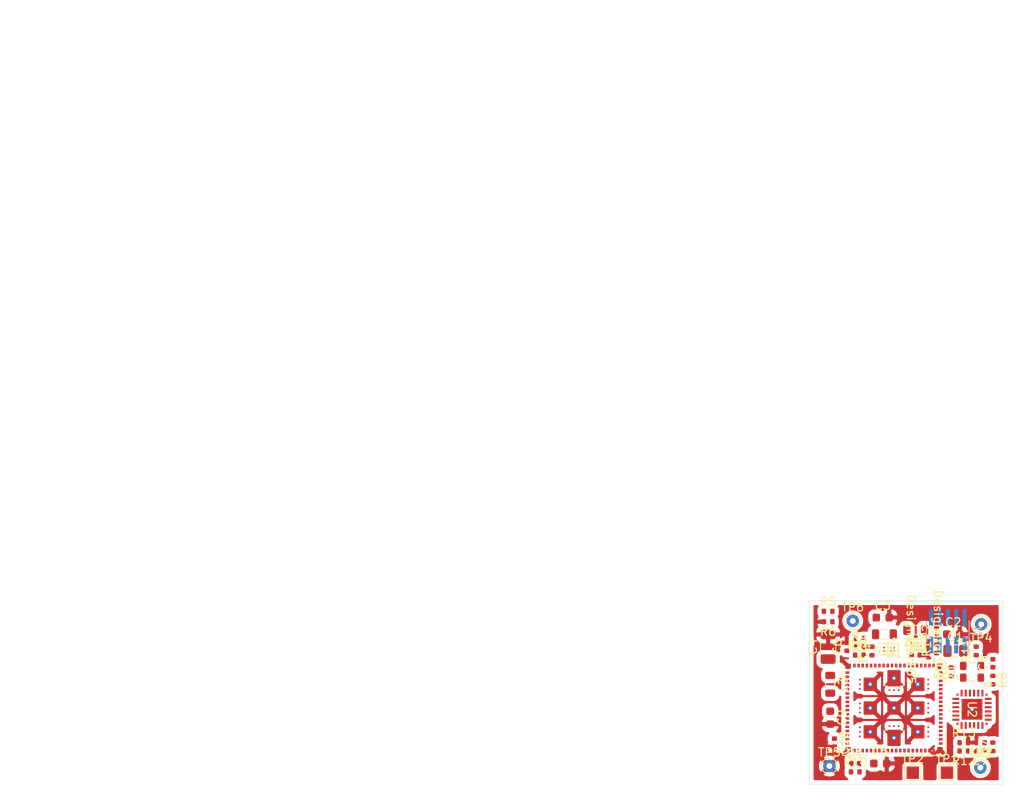
<source format=kicad_pcb>
(kicad_pcb (version 20240108) (generator "pcbnew") (generator_version "8.0")
  (layers (0 "F.Cu" signal) (1 "In1.Cu" signal) (2 "In2.Cu" signal) (31 "B.Cu" signal) (34 "B.Paste" user) (35 "F.Paste" user) (36 "B.SilkS" user "B.Silkscreen") (37 "F.SilkS" user "F.Silkscreen") (38 "B.Mask" user) (39 "F.Mask" user) (44 "Edge.Cuts" user))
  (net 0 "")
  (net 24 "/1PPS")
  (net 70 "GND")
  (net 71 "+1V8")
  (net 72 "+3.3V")
  (net 73 "/FB_1.8")
  (net 74 "Net-(U3-LX1)")
  (net 75 "VBUS")
  (net 76 "Net-(U3-LX2)")
  (net 77 "Net-(U4-LX1)")
  (net 78 "Net-(U4-LX2)")
  (net 79 "Net-(U1-DEC0)")
  (net 80 "Net-(U2B-VDDO_12)")
  (net 81 "Net-(U1-GPS)")
  (net 82 "/+3.3V_Ferrite")
  (net 83 "/nRF_nRESET")
  (net 84 "Net-(U1-ANT)")
  (net 86 "Net-(U2A-OUT4_N)")
  (net 87 "Net-(U2A-OUT1_N)")
  (net 88 "Net-(U2A-PRIREF_N)")
  (net 89 "Net-(U2A-OUT1_P)")
  (net 90 "Net-(U2A-OUT4_P)")
  (net 91 "Net-(C7-Pad2)")
  (net 92 "Net-(C8-Pad2)")
  (net 93 "Net-(D1-A)")
  (net 94 "/SCL")
  (net 95 "/SDA")
  (net 96 "/DEBUG_LED")
  (net 97 "/MON_VBUS")
  (net 98 "/MON_V1P8")
  (net 99 "/nrf_nRESET")
  (net 100 "/MON_V3P3")
  (net 101 "/SLOW_CLK")
  (net 102 "/PLL_GPIO1")
  (net 103 "/UART_RX")
  (net 104 "/PLL_GPIO4")
  (net 105 "/SWDCLK")
  (net 106 "/SWDIO")
  (net 107 "/UART_TX")
  (net 108 "/SCLK")
  (net 110 "/FB_3.3")
  (net 111 "/+1.8V")
  (net 112 "Net-(U2A-PRIREF_P)")
  (footprint "Resistor_SMD:R_0402_1005Metric" (layer "F.Cu") (at 168.52 106 180)
    (property "Reference" "R12" (at 0 -1.17 0) (layer "F.SilkS"))
    (property "Value" "91K")
    (fp_line (start -0.153641 0.38) (end 0.153641 0.38) (stroke (width 0.12)) (layer "F.SilkS"))
    (fp_line (start -0.153641 -0.38) (end 0.153641 -0.38) (stroke (width 0.12)) (layer "F.SilkS"))
    (pad "1" smd roundrect (at -0.51 0 180) (size 0.54 0.64) (layers "F.Cu" "F.Paste" "F.Mask") (net 71 "+1V8"))
    (pad "2" smd roundrect (at 0.51 0 180) (size 0.54 0.64) (layers "F.Cu" "F.Paste" "F.Mask") (net 98 "/MON_V1P8"))
  )
  (footprint "Resistor_SMD:R_0402_1005Metric" (layer "F.Cu") (at 167 96.5 90)
    (property "Reference" "R9" (at 0 -1.17 90) (layer "F.SilkS"))
    (property "Value" "91K")
    (fp_line (start -0.153641 -0.38) (end 0.153641 -0.38) (stroke (width 0.12)) (layer "F.SilkS"))
    (fp_line (start -0.153641 0.38) (end 0.153641 0.38) (stroke (width 0.12)) (layer "F.SilkS"))
    (pad "1" smd roundrect (at -0.51 0 90) (size 0.54 0.64) (layers "F.Cu" "F.Paste" "F.Mask") (net 88 "Net-(U2A-PRIREF_N)"))
    (pad "2" smd roundrect (at 0.51 0 90) (size 0.54 0.64) (layers "F.Cu" "F.Paste" "F.Mask") (net 70 "GND"))
  )
  (footprint "Capacitor_SMD:C_0603_1608Metric" (layer "F.Cu") (at 158.5 107.5)
    (property "Reference" "C5" (at 0 -1.43 0) (layer "F.SilkS"))
    (property "Value" "10 uF")
    (fp_line (start -0.14058 -0.51) (end 0.14058 -0.51) (stroke (width 0.12)) (layer "F.SilkS"))
    (fp_line (start -0.14058 0.51) (end 0.14058 0.51) (stroke (width 0.12)) (layer "F.SilkS"))
    (pad "1" smd roundrect (at -0.775 0) (size 0.9 0.95) (layers "F.Cu" "F.Paste" "F.Mask") (net 79 "Net-(U1-DEC0)"))
    (pad "2" smd roundrect (at 0.775 0) (size 0.9 0.95) (layers "F.Cu" "F.Paste" "F.Mask") (net 70 "GND"))
  )
  (footprint "Capacitor_SMD:C_1206_3216Metric" (layer "F.Cu") (at 152.25 93.5 90)
    (property "Reference" "C4" (at 0 -1.85 90) (layer "F.SilkS"))
    (property "Value" "47 uF")
    (fp_line (start -0.711252 -0.91) (end 0.711252 -0.91) (stroke (width 0.12)) (layer "F.SilkS"))
    (fp_line (start -0.711252 0.91) (end 0.711252 0.91) (stroke (width 0.12)) (layer "F.SilkS"))
    (pad "1" smd roundrect (at -1.475 0 90) (size 1.15 1.8) (layers "F.Cu" "F.Paste" "F.Mask") (roundrect_rratio 0.217391) (net 72 "+3.3V"))
    (pad "2" smd roundrect (at 1.475 0 90) (size 1.15 1.8) (layers "F.Cu" "F.Paste" "F.Mask") (roundrect_rratio 0.217391) (net 70 "GND"))
  )
  (footprint "Inductor_SMD:L_0805_2012Metric" (layer "F.Cu") (at 162.75 91.5 180)
    (property "Reference" "L2" (at 0 -1.55 0) (layer "F.SilkS"))
    (property "Value" "2.0uH")
    (fp_line (start -0.399622 0.56) (end 0.399622 0.56) (stroke (width 0.12)) (layer "F.SilkS"))
    (fp_line (start -0.399622 -0.56) (end 0.399622 -0.56) (stroke (width 0.12)) (layer "F.SilkS"))
    (pad "1" smd roundrect (at -1.0625 0 180) (size 0.875 1.2) (layers "F.Cu" "F.Paste" "F.Mask") (net 77 "Net-(U4-LX1)"))
    (pad "2" smd roundrect (at 1.0625 0 180) (size 0.875 1.2) (layers "F.Cu" "F.Paste" "F.Mask") (net 78 "Net-(U4-LX2)"))
  )
  (footprint "Resistor_SMD:R_0402_1005Metric" (layer "F.Cu") (at 172 97.5 -90)
    (property "Reference" "R8" (at 0 -1.17 90) (layer "F.SilkS"))
    (property "Value" "NS")
    (fp_line (start -0.153641 0.38) (end 0.153641 0.38) (stroke (width 0.12)) (layer "F.SilkS"))
    (fp_line (start -0.153641 -0.38) (end 0.153641 -0.38) (stroke (width 0.12)) (layer "F.SilkS"))
    (pad "1" smd roundrect (at -0.51 0 270) (size 0.54 0.64) (layers "F.Cu" "F.Paste" "F.Mask") (net 89 "Net-(U2A-OUT1_P)"))
    (pad "2" smd roundrect (at 0.51 0 270) (size 0.54 0.64) (layers "F.Cu" "F.Paste" "F.Mask") (net 90 "Net-(U2A-OUT4_P)"))
  )
  (footprint "Inductor_SMD:L_0805_2012Metric" (layer "F.Cu") (at 152.5 98 -90)
    (property "Reference" "L3" (at 0 -1.55 90) (layer "F.SilkS"))
    (property "Value" "L_Ferrite")
    (fp_line (start -0.399622 0.56) (end 0.399622 0.56) (stroke (width 0.12)) (layer "F.SilkS"))
    (fp_line (start -0.399622 -0.56) (end 0.399622 -0.56) (stroke (width 0.12)) (layer "F.SilkS"))
    (pad "1" smd roundrect (at -1.0625 0 270) (size 0.875 1.2) (layers "F.Cu" "F.Paste" "F.Mask") (net 72 "+3.3V"))
    (pad "2" smd roundrect (at 1.0625 0 270) (size 0.875 1.2) (layers "F.Cu" "F.Paste" "F.Mask") (net 82 "/+3.3V_Ferrite"))
  )
  (footprint "Resistor_SMD:R_0402_1005Metric" (layer "F.Cu") (at 170 94 90)
    (property "Reference" "R11" (at 0 -1.17 90) (layer "F.SilkS"))
    (property "Value" "0")
    (fp_line (start -0.153641 -0.38) (end 0.153641 -0.38) (stroke (width 0.12)) (layer "F.SilkS"))
    (fp_line (start -0.153641 0.38) (end 0.153641 0.38) (stroke (width 0.12)) (layer "F.SilkS"))
    (pad "1" smd roundrect (at -0.51 0 90) (size 0.54 0.64) (layers "F.Cu" "F.Paste" "F.Mask") (net 71 "+1V8"))
    (pad "2" smd roundrect (at 0.51 0 90) (size 0.54 0.64) (layers "F.Cu" "F.Paste" "F.Mask") (net 80 "Net-(U2B-VDDO_12)"))
  )
  (footprint "Resistor_SMD:R_0402_1005Metric" (layer "F.Cu") (at 156 92.5 180)
    (property "Reference" "R3" (at 0 -1.17 0) (layer "F.SilkS"))
    (property "Value" "511K")
    (fp_line (start -0.153641 0.38) (end 0.153641 0.38) (stroke (width 0.12)) (layer "F.SilkS"))
    (fp_line (start -0.153641 -0.38) (end 0.153641 -0.38) (stroke (width 0.12)) (layer "F.SilkS"))
    (pad "1" smd roundrect (at -0.51 0 180) (size 0.54 0.64) (layers "F.Cu" "F.Paste" "F.Mask") (net 72 "+3.3V"))
    (pad "2" smd roundrect (at 0.51 0 180) (size 0.54 0.64) (layers "F.Cu" "F.Paste" "F.Mask") (net 110 "/FB_3.3"))
  )
  (footprint "footprints:YBG0008" (layer "F.Cu") (at 159.55 93.8 -90)
    (property "Reference" "U3" (at 0 0 -90) (layer "F.SilkS"))
    (property "Value" "TPS631010YBGR")
    (fp_line (start -0.682501 1.131499) (end 0.682501 1.131499) (stroke (width 0.15)) (layer "F.SilkS"))
    (fp_line (start -0.682501 1.131499) (end -0.682501 -1.131499) (stroke (width 0.15)) (layer "F.SilkS"))
    (fp_line (start 0.682501 1.131499) (end 0.682501 -1.131499) (stroke (width 0.15)) (layer "F.SilkS"))
    (fp_line (start -0.682501 -1.131499) (end 0.682501 -1.131499) (stroke (width 0.15)) (layer "F.SilkS"))
    (fp_circle (center -1.164999 -0.599999) (end -1.039998 -0.599999) (stroke (width 0.25)) (fill none) (layer "F.SilkS"))
    (fp_text user "Designator105" (at -1.1684 -2.6416 -90) (layer "F.SilkS"))
    (pad "A1" smd circle (at -0.2 -0.599999 270) (size 0.212499 0.212499) (layers "F.Cu" "F.Paste" "F.Mask") (net 75 "VBUS"))
    (pad "A2" smd circle (at 0.2 -0.599999 270) (size 0.212499 0.212499) (layers "F.Cu" "F.Paste" "F.Mask") (net 75 "VBUS"))
    (pad "B1" smd circle (at -0.2 -0.2 270) (size 0.212499 0.212499) (layers "F.Cu" "F.Paste" "F.Mask") (net 74 "Net-(U3-LX1)"))
    (pad "B2" smd circle (at 0.2 -0.2 270) (size 0.212499 0.212499) (layers "F.Cu" "F.Paste" "F.Mask") (net 70 "GND"))
    (pad "C1" smd circle (at -0.2 0.2 270) (size 0.212499 0.212499) (layers "F.Cu" "F.Paste" "F.Mask") (net 76 "Net-(U3-LX2)"))
    (pad "C2" smd circle (at 0.2 0.2 270) (size 0.212499 0.212499) (layers "F.Cu" "F.Paste" "F.Mask") (net 70 "GND"))
    (pad "D1" smd circle (at -0.2 0.599999 270) (size 0.212499 0.212499) (layers "F.Cu" "F.Paste" "F.Mask") (net 71 "+1V8"))
    (pad "D2" smd circle (at 0.2 0.599999 270) (size 0.212499 0.212499) (layers "F.Cu" "F.Paste" "F.Mask") (net 73 "/FB_1.8"))
  )
  (footprint "Resistor_SMD:R_0402_1005Metric" (layer "F.Cu") (at 157.5 94 90)
    (property "Reference" "R15" (at 0 -1.17 90) (layer "F.SilkS"))
    (property "Value" "91K")
    (fp_line (start -0.153641 -0.38) (end 0.153641 -0.38) (stroke (width 0.12)) (layer "F.SilkS"))
    (fp_line (start -0.153641 0.38) (end 0.153641 0.38) (stroke (width 0.12)) (layer "F.SilkS"))
    (pad "1" smd roundrect (at -0.51 0 90) (size 0.54 0.64) (layers "F.Cu" "F.Paste" "F.Mask") (net 100 "/MON_V3P3"))
    (pad "2" smd roundrect (at 0.51 0 90) (size 0.54 0.64) (layers "F.Cu" "F.Paste" "F.Mask") (net 70 "GND"))
  )
  (footprint "Resistor_SMD:R_0402_1005Metric" (layer "F.Cu") (at 156 93.5)
    (property "Reference" "R4" (at 0 -1.17 0) (layer "F.SilkS"))
    (property "Value" "91K")
    (fp_line (start -0.153641 -0.38) (end 0.153641 -0.38) (stroke (width 0.12)) (layer "F.SilkS"))
    (fp_line (start -0.153641 0.38) (end 0.153641 0.38) (stroke (width 0.12)) (layer "F.SilkS"))
    (pad "1" smd roundrect (at -0.51 0) (size 0.54 0.64) (layers "F.Cu" "F.Paste" "F.Mask") (net 110 "/FB_3.3"))
    (pad "2" smd roundrect (at 0.51 0) (size 0.54 0.64) (layers "F.Cu" "F.Paste" "F.Mask") (net 70 "GND"))
  )
  (footprint "TestPoint:TestPoint_THTPad_D1.5mm_Drill0.7mm" (layer "F.Cu") (at 170.5 108)
    (property "Reference" "TP3" (at 0 -1.648 0) (layer "F.SilkS"))
    (property "Value" "WSPR_ANT_N")
    (fp_circle (center 0 0) (end 0 0.95) (stroke (width 0.12)) (fill none) (layer "F.SilkS"))
    (pad "1" thru_hole circle (at 0 0) (size 1.5 1.5) (drill 0.7) (layers "*.Cu" "*.Mask") (net 91 "Net-(C7-Pad2)"))
  )
  (footprint "Resistor_SMD:R_0402_1005Metric" (layer "F.Cu") (at 172 105.5 90)
    (property "Reference" "R7" (at 0 -1.17 90) (layer "F.SilkS"))
    (property "Value" "NS")
    (fp_line (start -0.153641 -0.38) (end 0.153641 -0.38) (stroke (width 0.12)) (layer "F.SilkS"))
    (fp_line (start -0.153641 0.38) (end 0.153641 0.38) (stroke (width 0.12)) (layer "F.SilkS"))
    (pad "1" smd roundrect (at -0.51 0 90) (size 0.54 0.64) (layers "F.Cu" "F.Paste" "F.Mask") (net 87 "Net-(U2A-OUT1_N)"))
    (pad "2" smd roundrect (at 0.51 0 90) (size 0.54 0.64) (layers "F.Cu" "F.Paste" "F.Mask") (net 86 "Net-(U2A-OUT4_N)"))
  )
  (footprint "TestPoint:TestPoint_Pad_1.5x1.5mm" (layer "F.Cu") (at 162.4 108.6)
    (property "Reference" "TP2" (at 0 -1.648 0) (layer "F.SilkS"))
    (property "Value" "LTE ANT")
    (fp_line (start -0.95 -0.95) (end 0.95 -0.95) (stroke (width 0.12)) (layer "F.SilkS"))
    (fp_line (start -0.95 0.95) (end -0.95 -0.95) (stroke (width 0.12)) (layer "F.SilkS"))
    (fp_line (start 0.95 -0.95) (end 0.95 0.95) (stroke (width 0.12)) (layer "F.SilkS"))
    (fp_line (start 0.95 0.95) (end -0.95 0.95) (stroke (width 0.12)) (layer "F.SilkS"))
    (pad "1" smd rect (at 0 0) (size 1.5 1.5) (layers "F.Cu" "F.Mask") (net 84 "Net-(U1-ANT)"))
  )
  (footprint "Resistor_SMD:R_0402_1005Metric" (layer "F.Cu") (at 152.25 89.25)
    (property "Reference" "R5" (at 0 -1.17 0) (layer "F.SilkS"))
    (property "Value" "91K")
    (fp_line (start -0.153641 -0.38) (end 0.153641 -0.38) (stroke (width 0.12)) (layer "F.SilkS"))
    (fp_line (start -0.153641 0.38) (end 0.153641 0.38) (stroke (width 0.12)) (layer "F.SilkS"))
    (pad "1" smd roundrect (at -0.51 0) (size 0.54 0.64) (layers "F.Cu" "F.Paste" "F.Mask") (net 75 "VBUS"))
    (pad "2" smd roundrect (at 0.51 0) (size 0.54 0.64) (layers "F.Cu" "F.Paste" "F.Mask") (net 97 "/MON_VBUS"))
  )
  (footprint "Resistor_SMD:R_0402_1005Metric" (layer "F.Cu") (at 152.25 90.5 180)
    (property "Reference" "R6" (at 0 -1.17 0) (layer "F.SilkS"))
    (property "Value" "91K")
    (fp_line (start -0.153641 0.38) (end 0.153641 0.38) (stroke (width 0.12)) (layer "F.SilkS"))
    (fp_line (start -0.153641 -0.38) (end 0.153641 -0.38) (stroke (width 0.12)) (layer "F.SilkS"))
    (pad "1" smd roundrect (at -0.51 0 180) (size 0.54 0.64) (layers "F.Cu" "F.Paste" "F.Mask") (net 97 "/MON_VBUS"))
    (pad "2" smd roundrect (at 0.51 0 180) (size 0.54 0.64) (layers "F.Cu" "F.Paste" "F.Mask") (net 70 "GND"))
  )
  (footprint "LED_SMD:LED_0402_1005Metric" (layer "F.Cu") (at 155.5 107.5)
    (property "Reference" "D1" (at 0 -1.17 0) (layer "F.SilkS"))
    (property "Value" "LED")
    (fp_circle (center -1.09 0) (end -1.04 0) (stroke (width 0.1)) (fill none) (layer "F.SilkS"))
    (pad "1" smd roundrect (at -0.485 0) (size 0.59 0.64) (layers "F.Cu" "F.Paste" "F.Mask") (net 96 "/DEBUG_LED"))
    (pad "2" smd roundrect (at 0.485 0) (size 0.59 0.64) (layers "F.Cu" "F.Paste" "F.Mask") (net 93 "Net-(D1-A)"))
  )
  (footprint "Capacitor_SMD:C_0603_1608Metric" (layer "F.Cu") (at 158.8 90)
    (property "Reference" "C3" (at 0 -1.43 0) (layer "F.SilkS"))
    (property "Value" "10 uF")
    (fp_line (start -0.14058 -0.51) (end 0.14058 -0.51) (stroke (width 0.12)) (layer "F.SilkS"))
    (fp_line (start -0.14058 0.51) (end 0.14058 0.51) (stroke (width 0.12)) (layer "F.SilkS"))
    (pad "1" smd roundrect (at -0.775 0) (size 0.9 0.95) (layers "F.Cu" "F.Paste" "F.Mask") (net 75 "VBUS"))
    (pad "2" smd roundrect (at 0.775 0) (size 0.9 0.95) (layers "F.Cu" "F.Paste" "F.Mask") (net 70 "GND"))
  )
  (footprint "Resistor_SMD:R_0402_1005Metric" (layer "F.Cu") (at 168.52 105)
    (property "Reference" "R13" (at 0 -1.17 0) (layer "F.SilkS"))
    (property "Value" "91K")
    (fp_line (start -0.153641 -0.38) (end 0.153641 -0.38) (stroke (width 0.12)) (layer "F.SilkS"))
    (fp_line (start -0.153641 0.38) (end 0.153641 0.38) (stroke (width 0.12)) (layer "F.SilkS"))
    (pad "1" smd roundrect (at -0.51 0) (size 0.54 0.64) (layers "F.Cu" "F.Paste" "F.Mask") (net 98 "/MON_V1P8"))
    (pad "2" smd roundrect (at 0.51 0) (size 0.54 0.64) (layers "F.Cu" "F.Paste" "F.Mask") (net 70 "GND"))
  )
  (footprint "Inductor_SMD:L_0805_2012Metric" (layer "F.Cu") (at 159 92 180)
    (property "Reference" "L1" (at 0 -1.55 0) (layer "F.SilkS"))
    (property "Value" "2.0uH")
    (fp_line (start -0.399622 0.56) (end 0.399622 0.56) (stroke (width 0.12)) (layer "F.SilkS"))
    (fp_line (start -0.399622 -0.56) (end 0.399622 -0.56) (stroke (width 0.12)) (layer "F.SilkS"))
    (pad "1" smd roundrect (at -1.0625 0 180) (size 0.875 1.2) (layers "F.Cu" "F.Paste" "F.Mask") (net 74 "Net-(U3-LX1)"))
    (pad "2" smd roundrect (at 1.0625 0 180) (size 0.875 1.2) (layers "F.Cu" "F.Paste" "F.Mask") (net 76 "Net-(U3-LX2)"))
  )
  (footprint "Resistor_SMD:R_0402_1005Metric" (layer "F.Cu") (at 165.25 93.75 90)
    (property "Reference" "R1" (at 0 -1.17 90) (layer "F.SilkS"))
    (property "Value" "240K")
    (fp_line (start -0.153641 -0.38) (end 0.153641 -0.38) (stroke (width 0.12)) (layer "F.SilkS"))
    (fp_line (start -0.153641 0.38) (end 0.153641 0.38) (stroke (width 0.12)) (layer "F.SilkS"))
    (pad "1" smd roundrect (at -0.51 0 90) (size 0.54 0.64) (layers "F.Cu" "F.Paste" "F.Mask") (net 71 "+1V8"))
    (pad "2" smd roundrect (at 0.51 0 90) (size 0.54 0.64) (layers "F.Cu" "F.Paste" "F.Mask") (net 73 "/FB_1.8"))
  )
  (footprint "Capacitor_SMD:C_0402_1005Metric" (layer "F.Cu") (at 162.75 94.5)
    (property "Reference" "C11" (at 0 -1.16 0) (layer "F.SilkS"))
    (property "Value" ".1uF")
    (fp_line (start -0.107836 -0.36) (end 0.107836 -0.36) (stroke (width 0.12)) (layer "F.SilkS"))
    (fp_line (start -0.107836 0.36) (end 0.107836 0.36) (stroke (width 0.12)) (layer "F.SilkS"))
    (pad "1" smd roundrect (at -0.48 0) (size 0.56 0.62) (layers "F.Cu" "F.Paste" "F.Mask") (net 71 "+1V8"))
    (pad "2" smd roundrect (at 0.48 0) (size 0.56 0.62) (layers "F.Cu" "F.Paste" "F.Mask") (net 70 "GND"))
  )
  (footprint "Capacitor_SMD:C_0402_1005Metric" (layer "F.Cu") (at 153 105 -90)
    (property "Reference" "C10" (at 0 -1.16 90) (layer "F.SilkS"))
    (property "Value" ".1uF")
    (fp_line (start -0.107836 0.36) (end 0.107836 0.36) (stroke (width 0.12)) (layer "F.SilkS"))
    (fp_line (start -0.107836 -0.36) (end 0.107836 -0.36) (stroke (width 0.12)) (layer "F.SilkS"))
    (pad "1" smd roundrect (at -0.48 0 270) (size 0.56 0.62) (layers "F.Cu" "F.Paste" "F.Mask") (net 82 "/+3.3V_Ferrite"))
    (pad "2" smd roundrect (at 0.48 0 270) (size 0.56 0.62) (layers "F.Cu" "F.Paste" "F.Mask") (net 70 "GND"))
  )
  (footprint "footprints:YBG0008" (layer "F.Cu") (at 162.8 93.25 -90)
    (property "Reference" "U4" (at 0 0 -90) (layer "F.SilkS"))
    (property "Value" "TPS631010YBGR")
    (fp_line (start -0.682501 1.131499) (end 0.682501 1.131499) (stroke (width 0.15)) (layer "F.SilkS"))
    (fp_line (start -0.682501 1.131499) (end -0.682501 -1.131499) (stroke (width 0.15)) (layer "F.SilkS"))
    (fp_line (start 0.682501 1.131499) (end 0.682501 -1.131499) (stroke (width 0.15)) (layer "F.SilkS"))
    (fp_line (start -0.682501 -1.131499) (end 0.682501 -1.131499) (stroke (width 0.15)) (layer "F.SilkS"))
    (fp_circle (center -1.164999 -0.599999) (end -1.039998 -0.599999) (stroke (width 0.25)) (fill none) (layer "F.SilkS"))
    (fp_text user "Designator105" (at -1.1684 -2.6416 -90) (layer "F.SilkS"))
    (pad "A1" smd circle (at -0.2 -0.599999 270) (size 0.212499 0.212499) (layers "F.Cu" "F.Paste" "F.Mask") (net 75 "VBUS"))
    (pad "A2" smd circle (at 0.2 -0.599999 270) (size 0.212499 0.212499) (layers "F.Cu" "F.Paste" "F.Mask") (net 75 "VBUS"))
    (pad "B1" smd circle (at -0.2 -0.2 270) (size 0.212499 0.212499) (layers "F.Cu" "F.Paste" "F.Mask") (net 77 "Net-(U4-LX1)"))
    (pad "B2" smd circle (at 0.2 -0.2 270) (size 0.212499 0.212499) (layers "F.Cu" "F.Paste" "F.Mask") (net 70 "GND"))
    (pad "C1" smd circle (at -0.2 0.2 270) (size 0.212499 0.212499) (layers "F.Cu" "F.Paste" "F.Mask") (net 78 "Net-(U4-LX2)"))
    (pad "C2" smd circle (at 0.2 0.2 270) (size 0.212499 0.212499) (layers "F.Cu" "F.Paste" "F.Mask") (net 70 "GND"))
    (pad "D1" smd circle (at -0.2 0.599999 270) (size 0.212499 0.212499) (layers "F.Cu" "F.Paste" "F.Mask") (net 72 "+3.3V"))
    (pad "D2" smd circle (at 0.2 0.599999 270) (size 0.212499 0.212499) (layers "F.Cu" "F.Paste" "F.Mask") (net 110 "/FB_3.3"))
  )
  (footprint "TestPoint:TestPoint_Pad_1.5x1.5mm" (layer "F.Cu") (at 166.5 108.6)
    (property "Reference" "TP1" (at 0 -1.648 0) (layer "F.SilkS"))
    (property "Value" "GPS ANT")
    (fp_line (start -0.95 -0.95) (end 0.95 -0.95) (stroke (width 0.12)) (layer "F.SilkS"))
    (fp_line (start -0.95 0.95) (end -0.95 -0.95) (stroke (width 0.12)) (layer "F.SilkS"))
    (fp_line (start 0.95 -0.95) (end 0.95 0.95) (stroke (width 0.12)) (layer "F.SilkS"))
    (fp_line (start 0.95 0.95) (end -0.95 0.95) (stroke (width 0.12)) (layer "F.SilkS"))
    (pad "1" smd rect (at 0 0) (size 1.5 1.5) (layers "F.Cu" "F.Mask") (net 81 "Net-(U1-GPS)"))
  )
  (footprint "Capacitor_SMD:C_0402_1005Metric" (layer "F.Cu") (at 170.52 105 180)
    (property "Reference" "C12" (at 0 -1.16 0) (layer "F.SilkS"))
    (property "Value" ".1uF")
    (fp_line (start -0.107836 0.36) (end 0.107836 0.36) (stroke (width 0.12)) (layer "F.SilkS"))
    (fp_line (start -0.107836 -0.36) (end 0.107836 -0.36) (stroke (width 0.12)) (layer "F.SilkS"))
    (pad "1" smd roundrect (at -0.48 0 180) (size 0.56 0.62) (layers "F.Cu" "F.Paste" "F.Mask") (net 80 "Net-(U2B-VDDO_12)"))
    (pad "2" smd roundrect (at 0.48 0 180) (size 0.56 0.62) (layers "F.Cu" "F.Paste" "F.Mask") (net 70 "GND"))
  )
  (footprint "Resistor_SMD:R_0402_1005Metric" (layer "F.Cu") (at 155.5 108.5)
    (property "Reference" "R10" (at 0 -1.17 0) (layer "F.SilkS"))
    (property "Value" "300")
    (fp_line (start -0.153641 -0.38) (end 0.153641 -0.38) (stroke (width 0.12)) (layer "F.SilkS"))
    (fp_line (start -0.153641 0.38) (end 0.153641 0.38) (stroke (width 0.12)) (layer "F.SilkS"))
    (pad "1" smd roundrect (at -0.51 0) (size 0.54 0.64) (layers "F.Cu" "F.Paste" "F.Mask") (net 71 "+1V8"))
    (pad "2" smd roundrect (at 0.51 0) (size 0.54 0.64) (layers "F.Cu" "F.Paste" "F.Mask") (net 93 "Net-(D1-A)"))
  )
  (footprint "Capacitor_SMD:C_0402_1005Metric" (layer "F.Cu") (at 172 95.48 90)
    (property "Reference" "C8" (at 0 -1.16 90) (layer "F.SilkS"))
    (property "Value" "100nF")
    (fp_line (start -0.107836 -0.36) (end 0.107836 -0.36) (stroke (width 0.12)) (layer "F.SilkS"))
    (fp_line (start -0.107836 0.36) (end 0.107836 0.36) (stroke (width 0.12)) (layer "F.SilkS"))
    (pad "1" smd roundrect (at -0.48 0 90) (size 0.56 0.62) (layers "F.Cu" "F.Paste" "F.Mask") (net 89 "Net-(U2A-OUT1_P)"))
    (pad "2" smd roundrect (at 0.48 0 90) (size 0.56 0.62) (layers "F.Cu" "F.Paste" "F.Mask") (net 92 "Net-(C8-Pad2)"))
  )
  (footprint "Resistor_SMD:R_0402_1005Metric" (layer "F.Cu") (at 165.25 91.75 90)
    (property "Reference" "R2" (at 0 -1.17 90) (layer "F.SilkS"))
    (property "Value" "91K")
    (fp_line (start -0.153641 -0.38) (end 0.153641 -0.38) (stroke (width 0.12)) (layer "F.SilkS"))
    (fp_line (start -0.153641 0.38) (end 0.153641 0.38) (stroke (width 0.12)) (layer "F.SilkS"))
    (pad "1" smd roundrect (at -0.51 0 90) (size 0.54 0.64) (layers "F.Cu" "F.Paste" "F.Mask") (net 73 "/FB_1.8"))
    (pad "2" smd roundrect (at 0.51 0 90) (size 0.54 0.64) (layers "F.Cu" "F.Paste" "F.Mask") (net 70 "GND"))
  )
  (footprint "Capacitor_SMD:C_0805_2012Metric" (layer "F.Cu") (at 167.5 94)
    (property "Reference" "C1" (at 0 -1.68 0) (layer "F.SilkS"))
    (property "Value" "47 uF")
    (fp_line (start -0.261252 -0.735) (end 0.261252 -0.735) (stroke (width 0.12)) (layer "F.SilkS"))
    (fp_line (start -0.261252 0.735) (end 0.261252 0.735) (stroke (width 0.12)) (layer "F.SilkS"))
    (pad "1" smd roundrect (at -0.95 0) (size 1 1.45) (layers "F.Cu" "F.Paste" "F.Mask") (net 71 "+1V8"))
    (pad "2" smd roundrect (at 0.95 0) (size 1 1.45) (layers "F.Cu" "F.Paste" "F.Mask") (net 70 "GND"))
  )
  (footprint "Capacitor_SMD:C_0603_1608Metric" (layer "F.Cu") (at 152.5 102 -90)
    (property "Reference" "C9" (at 0 -1.43 90) (layer "F.SilkS"))
    (property "Value" "10 uF")
    (fp_line (start -0.14058 0.51) (end 0.14058 0.51) (stroke (width 0.12)) (layer "F.SilkS"))
    (fp_line (start -0.14058 -0.51) (end 0.14058 -0.51) (stroke (width 0.12)) (layer "F.SilkS"))
    (pad "1" smd roundrect (at -0.775 0 270) (size 0.9 0.95) (layers "F.Cu" "F.Paste" "F.Mask") (net 82 "/+3.3V_Ferrite"))
    (pad "2" smd roundrect (at 0.775 0 270) (size 0.9 0.95) (layers "F.Cu" "F.Paste" "F.Mask") (net 70 "GND"))
  )
  (footprint "Capacitor_SMD:C_0402_1005Metric" (layer "F.Cu") (at 154.5 93.5 90)
    (property "Reference" "C6" (at 0 -1.16 90) (layer "F.SilkS"))
    (property "Value" ".022 uF")
    (fp_line (start -0.107836 -0.36) (end 0.107836 -0.36) (stroke (width 0.12)) (layer "F.SilkS"))
    (fp_line (start -0.107836 0.36) (end 0.107836 0.36) (stroke (width 0.12)) (layer "F.SilkS"))
    (pad "1" smd roundrect (at -0.48 0 90) (size 0.56 0.62) (layers "F.Cu" "F.Paste" "F.Mask") (net 83 "/nRF_nRESET"))
    (pad "2" smd roundrect (at 0.48 0 90) (size 0.56 0.62) (layers "F.Cu" "F.Paste" "F.Mask") (net 70 "GND"))
  )
  (footprint "Capacitor_SMD:C_0603_1608Metric" (layer "F.Cu") (at 167.25 92)
    (property "Reference" "C2" (at 0 -1.43 0) (layer "F.SilkS"))
    (property "Value" "10 uF")
    (fp_line (start -0.14058 -0.51) (end 0.14058 -0.51) (stroke (width 0.12)) (layer "F.SilkS"))
    (fp_line (start -0.14058 0.51) (end 0.14058 0.51) (stroke (width 0.12)) (layer "F.SilkS"))
    (pad "1" smd roundrect (at -0.775 0) (size 0.9 0.95) (layers "F.Cu" "F.Paste" "F.Mask") (net 75 "VBUS"))
    (pad "2" smd roundrect (at 0.775 0) (size 0.9 0.95) (layers "F.Cu" "F.Paste" "F.Mask") (net 70 "GND"))
  )
  (footprint "TestPoint:TestPoint_THTPad_D1.5mm_Drill0.7mm" (layer "F.Cu") (at 155.2 90.4)
    (property "Reference" "TP6" (at 0 -1.648 0) (layer "F.SilkS"))
    (property "Value" "VBUS")
    (fp_circle (center 0 0) (end 0 0.95) (stroke (width 0.12)) (fill none) (layer "F.SilkS"))
    (pad "1" thru_hole circle (at 0 0) (size 1.5 1.5) (drill 0.7) (layers "*.Cu" "*.Mask") (net 75 "VBUS"))
  )
  (footprint "TestPoint:TestPoint_THTPad_D1.5mm_Drill0.7mm" (layer "F.Cu") (at 170.6 90.8 180)
    (property "Reference" "TP4" (at 0 -1.648 0) (layer "F.SilkS"))
    (property "Value" "WSPR _ANT_P")
    (fp_circle (center 0 0) (end 0 0.95) (stroke (width 0.12)) (fill none) (layer "F.SilkS"))
    (pad "1" thru_hole circle (at 0 0 180) (size 1.5 1.5) (drill 0.7) (layers "*.Cu" "*.Mask") (net 92 "Net-(C8-Pad2)"))
  )
  (footprint "PCM_nordic-lib-kicad-nrf9:LGA_9151_12.1x11.1mm" (layer "F.Cu") (at 160.15 100.85)
    (property "Reference" "U1" (at 0 -6.55 0) (layer "F.SilkS"))
    (property "Value" "nRF9151-LAXX")
    (fp_line (start -6.17 -4.55) (end -6.17 -2.895) (stroke (width 0.12)) (layer "F.SilkS"))
    (fp_line (start -6.17 5.67) (end -6.17 2.895) (stroke (width 0.12)) (layer "F.SilkS"))
    (fp_line (start -3.145 -5.67) (end -5.05 -5.67) (stroke (width 0.12)) (layer "F.SilkS"))
    (fp_line (start -3.145 5.67) (end -6.17 5.67) (stroke (width 0.12)) (layer "F.SilkS"))
    (fp_line (start 3.145 -5.67) (end 6.17 -5.67) (stroke (width 0.12)) (layer "F.SilkS"))
    (fp_line (start 3.145 5.67) (end 6.17 5.67) (stroke (width 0.12)) (layer "F.SilkS"))
    (fp_line (start 6.17 -5.67) (end 6.17 -2.895) (stroke (width 0.12)) (layer "F.SilkS"))
    (fp_line (start 6.17 5.67) (end 6.17 2.895) (stroke (width 0.12)) (layer "F.SilkS"))
    (fp_circle (center -6.7 -5.55) (end -6.7 -5.45) (stroke (width 0.2)) (fill none) (layer "F.SilkS"))
    (pad "1" smd roundrect (at -5.5 -5) (size 0.65 0.65) (layers "F.Cu" "F.Paste" "F.Mask") (roundrect_rratio 0.05) (chamfer_ratio 0.2) (chamfer bottom_right) (net 70 "GND"))
    (pad "2" smd roundrect (at -5.6 -4.25 90) (size 0.3 0.45) (layers "F.Cu" "F.Paste" "F.Mask") (roundrect_rratio 0.05))
    (pad "3" smd roundrect (at -5.6 -3.75 90) (size 0.3 0.45) (layers "F.Cu" "F.Paste" "F.Mask") (roundrect_rratio 0.05) (net 105 "/SWDCLK"))
    (pad "4" smd roundrect (at -5.6 -3.25 90) (size 0.3 0.45) (layers "F.Cu" "F.Paste" "F.Mask") (roundrect_rratio 0.05) (net 106 "/SWDIO"))
    (pad "5" smd roundrect (at -5.6 -2.75 90) (size 0.3 0.45) (layers "F.Cu" "F.Paste" "F.Mask") (roundrect_rratio 0.05))
    (pad "6" smd roundrect (at -5.6 -2.25 90) (size 0.3 0.45) (layers "F.Cu" "F.Paste" "F.Mask") (roundrect_rratio 0.05))
    (pad "7" smd roundrect (at -5.6 -1.75 90) (size 0.3 0.45) (layers "F.Cu" "F.Paste" "F.Mask") (roundrect_rratio 0.05) (net 70 "GND"))
    (pad "8" smd roundrect (at -5.6 -1.25 90) (size 0.3 0.45) (layers "F.Cu" "F.Paste" "F.Mask") (roundrect_rratio 0.05))
    (pad "9" smd roundrect (at -5.6 -0.75 90) (size 0.3 0.45) (layers "F.Cu" "F.Paste" "F.Mask") (roundrect_rratio 0.05) (net 83 "/nRF_nRESET"))
    (pad "10" smd roundrect (at -5.6 -0.25 90) (size 0.3 0.45) (layers "F.Cu" "F.Paste" "F.Mask") (roundrect_rratio 0.05) (net 82 "/+3.3V_Ferrite"))
    (pad "11" smd roundrect (at -5.6 0.25 90) (size 0.3 0.45) (layers "F.Cu" "F.Paste" "F.Mask") (roundrect_rratio 0.05))
    (pad "12" smd roundrect (at -5.6 0.75 90) (size 0.3 0.45) (layers "F.Cu" "F.Paste" "F.Mask") (roundrect_rratio 0.05))
    (pad "13" smd roundrect (at -5.6 1.25 90) (size 0.3 0.45) (layers "F.Cu" "F.Paste" "F.Mask") (roundrect_rratio 0.05) (net 70 "GND"))
    (pad "14" smd roundrect (at -5.6 1.75 90) (size 0.3 0.45) (layers "F.Cu" "F.Paste" "F.Mask") (roundrect_rratio 0.05) (net 82 "/+3.3V_Ferrite"))
    (pad "15" smd roundrect (at -5.6 2.25 90) (size 0.3 0.45) (layers "F.Cu" "F.Paste" "F.Mask") (roundrect_rratio 0.05) (net 70 "GND"))
    (pad "16" smd roundrect (at -5.6 2.75 90) (size 0.3 0.45) (layers "F.Cu" "F.Paste" "F.Mask") (roundrect_rratio 0.05))
    (pad "17" smd roundrect (at -5.6 3.25 90) (size 0.3 0.45) (layers "F.Cu" "F.Paste" "F.Mask") (roundrect_rratio 0.05))
    (pad "18" smd roundrect (at -5.6 3.75 90) (size 0.3 0.45) (layers "F.Cu" "F.Paste" "F.Mask") (roundrect_rratio 0.05))
    (pad "19" smd roundrect (at -5.6 4.25 90) (size 0.3 0.45) (layers "F.Cu" "F.Paste" "F.Mask") (roundrect_rratio 0.05) (net 71 "+1V8"))
    (pad "20" smd roundrect (at -5.5 5) (size 0.65 0.65) (layers "F.Cu" "F.Paste" "F.Mask") (roundrect_rratio 0.05) (net 70 "GND"))
    (pad "21" smd roundrect (at -4.75 5.1) (size 0.3 0.45) (layers "F.Cu" "F.Paste" "F.Mask") (roundrect_rratio 0.05))
    (pad "22" smd roundrect (at -4.25 5.1) (size 0.3 0.45) (layers "F.Cu" "F.Paste" "F.Mask") (roundrect_rratio 0.05))
    (pad "23" smd roundrect (at -3.75 5.1) (size 0.3 0.45) (layers "F.Cu" "F.Paste" "F.Mask") (roundrect_rratio 0.05))
    (pad "24" smd roundrect (at -3.25 5.1) (size 0.3 0.45) (layers "F.Cu" "F.Paste" "F.Mask") (roundrect_rratio 0.05) (net 79 "Net-(U1-DEC0)"))
    (pad "25" smd roundrect (at -2.75 5.1) (size 0.3 0.45) (layers "F.Cu" "F.Paste" "F.Mask") (roundrect_rratio 0.05) (net 70 "GND"))
    (pad "26" smd roundrect (at -2.25 5.1) (size 0.3 0.45) (layers "F.Cu" "F.Paste" "F.Mask") (roundrect_rratio 0.05))
    (pad "27" smd roundrect (at -1.75 5.1) (size 0.3 0.45) (layers "F.Cu" "F.Paste" "F.Mask") (roundrect_rratio 0.05))
    (pad "28" smd roundrect (at -1.25 5.1) (size 0.3 0.45) (layers "F.Cu" "F.Paste" "F.Mask") (roundrect_rratio 0.05))
    (pad "29" smd roundrect (at -0.75 5.1) (size 0.3 0.45) (layers "F.Cu" "F.Paste" "F.Mask") (roundrect_rratio 0.05))
    (pad "30" smd roundrect (at -0.25 5.1) (size 0.3 0.45) (layers "F.Cu" "F.Paste" "F.Mask") (roundrect_rratio 0.05) (net 70 "GND"))
    (pad "31" smd roundrect (at 0.25 5.1) (size 0.3 0.45) (layers "F.Cu" "F.Paste" "F.Mask") (roundrect_rratio 0.05))
    (pad "32" smd roundrect (at 0.75 5.1) (size 0.3 0.45) (layers "F.Cu" "F.Paste" "F.Mask") (roundrect_rratio 0.05))
    (pad "33" smd roundrect (at 1.25 5.1) (size 0.3 0.45) (layers "F.Cu" "F.Paste" "F.Mask") (roundrect_rratio 0.05))
    (pad "34" smd roundrect (at 1.75 5.1) (size 0.3 0.45) (layers "F.Cu" "F.Paste" "F.Mask") (roundrect_rratio 0.05) (net 70 "GND"))
    (pad "35" smd roundrect (at 2.25 5.1) (size 0.3 0.45) (layers "F.Cu" "F.Paste" "F.Mask") (roundrect_rratio 0.05) (net 84 "Net-(U1-ANT)"))
    (pad "36" smd roundrect (at 2.75 5.1) (size 0.3 0.45) (layers "F.Cu" "F.Paste" "F.Mask") (roundrect_rratio 0.05) (net 70 "GND"))
    (pad "37" smd roundrect (at 3.25 5.1) (size 0.3 0.45) (layers "F.Cu" "F.Paste" "F.Mask") (roundrect_rratio 0.05))
    (pad "38" smd roundrect (at 3.75 5.1) (size 0.3 0.45) (layers "F.Cu" "F.Paste" "F.Mask") (roundrect_rratio 0.05) (net 70 "GND"))
    (pad "39" smd roundrect (at 4.25 5.1) (size 0.3 0.45) (layers "F.Cu" "F.Paste" "F.Mask") (roundrect_rratio 0.05) (net 70 "GND"))
    (pad "40" smd roundrect (at 4.75 5.1) (size 0.3 0.45) (layers "F.Cu" "F.Paste" "F.Mask") (roundrect_rratio 0.05) (net 70 "GND"))
    (pad "41" smd roundrect (at 5.5 5) (size 0.65 0.65) (layers "F.Cu" "F.Paste" "F.Mask") (roundrect_rratio 0.05) (net 70 "GND"))
    (pad "42" smd roundrect (at 5.6 4.25 90) (size 0.3 0.45) (layers "F.Cu" "F.Paste" "F.Mask") (roundrect_rratio 0.05) (net 81 "Net-(U1-GPS)"))
    (pad "43" smd roundrect (at 5.6 3.75 90) (size 0.3 0.45) (layers "F.Cu" "F.Paste" "F.Mask") (roundrect_rratio 0.05) (net 70 "GND"))
    (pad "44" smd roundrect (at 5.6 3.25 90) (size 0.3 0.45) (layers "F.Cu" "F.Paste" "F.Mask") (roundrect_rratio 0.05))
    (pad "45" smd roundrect (at 5.6 2.75 90) (size 0.3 0.45) (layers "F.Cu" "F.Paste" "F.Mask") (roundrect_rratio 0.05))
    (pad "46" smd roundrect (at 5.6 2.25 90) (size 0.3 0.45) (layers "F.Cu" "F.Paste" "F.Mask") (roundrect_rratio 0.05) (net 70 "GND"))
    (pad "47" smd roundrect (at 5.6 1.75 90) (size 0.3 0.45) (layers "F.Cu" "F.Paste" "F.Mask") (roundrect_rratio 0.05))
    (pad "48" smd roundrect (at 5.6 1.25 90) (size 0.3 0.45) (layers "F.Cu" "F.Paste" "F.Mask") (roundrect_rratio 0.05))
    (pad "49" smd roundrect (at 5.6 0.75 90) (size 0.3 0.45) (layers "F.Cu" "F.Paste" "F.Mask") (roundrect_rratio 0.05))
    (pad "50" smd roundrect (at 5.6 0.25 90) (size 0.3 0.45) (layers "F.Cu" "F.Paste" "F.Mask") (roundrect_rratio 0.05) (net 96 "/DEBUG_LED"))
    (pad "51" smd roundrect (at 5.6 -0.25 90) (size 0.3 0.45) (layers "F.Cu" "F.Paste" "F.Mask") (roundrect_rratio 0.05) (net 70 "GND"))
    (pad "52" smd roundrect (at 5.6 -0.75 90) (size 0.3 0.45) (layers "F.Cu" "F.Paste" "F.Mask") (roundrect_rratio 0.05))
    (pad "53" smd roundrect (at 5.6 -1.25 90) (size 0.3 0.45) (layers "F.Cu" "F.Paste" "F.Mask") (roundrect_rratio 0.05) (net 24 "/1PPS"))
    (pad "54" smd roundrect (at 5.6 -1.75 90) (size 0.3 0.45) (layers "F.Cu" "F.Paste" "F.Mask") (roundrect_rratio 0.05))
    (pad "55" smd roundrect (at 5.6 -2.25 90) (size 0.3 0.45) (layers "F.Cu" "F.Paste" "F.Mask") (roundrect_rratio 0.05) (net 70 "GND"))
    (pad "56" smd roundrect (at 5.6 -2.75 90) (size 0.3 0.45) (layers "F.Cu" "F.Paste" "F.Mask") (roundrect_rratio 0.05) (net 95 "/SDA"))
    (pad "57" smd roundrect (at 5.6 -3.25 90) (size 0.3 0.45) (layers "F.Cu" "F.Paste" "F.Mask") (roundrect_rratio 0.05) (net 94 "/SCL"))
    (pad "58" smd roundrect (at 5.6 -3.75 90) (size 0.3 0.45) (layers "F.Cu" "F.Paste" "F.Mask") (roundrect_rratio 0.05) (net 107 "/UART_TX"))
    (pad "59" smd roundrect (at 5.6 -4.25 90) (size 0.3 0.45) (layers "F.Cu" "F.Paste" "F.Mask") (roundrect_rratio 0.05) (net 103 "/UART_RX"))
    (pad "60" smd roundrect (at 5.5 -5) (size 0.65 0.65) (layers "F.Cu" "F.Paste" "F.Mask") (roundrect_rratio 0.05) (net 70 "GND"))
    (pad "61" smd roundrect (at 4.75 -5.1) (size 0.3 0.45) (layers "F.Cu" "F.Paste" "F.Mask") (roundrect_rratio 0.05) (net 101 "/SLOW_CLK"))
    (pad "62" smd roundrect (at 4.25 -5.1) (size 0.3 0.45) (layers "F.Cu" "F.Paste" "F.Mask") (roundrect_rratio 0.05) (net 102 "/PLL_GPIO1"))
    (pad "63" smd roundrect (at 3.75 -5.1) (size 0.3 0.45) (layers "F.Cu" "F.Paste" "F.Mask") (roundrect_rratio 0.05) (net 104 "/PLL_GPIO4"))
    (pad "64" smd roundrect (at 3.25 -5.1) (size 0.3 0.45) (layers "F.Cu" "F.Paste" "F.Mask") (roundrect_rratio 0.05) (net 24 "/1PPS"))
    (pad "65" smd roundrect (at 2.75 -5.1) (size 0.3 0.45) (layers "F.Cu" "F.Paste" "F.Mask") (roundrect_rratio 0.05) (net 71 "+1V8"))
    (pad "66" smd roundrect (at 2.25 -5.1) (size 0.3 0.45) (layers "F.Cu" "F.Paste" "F.Mask") (roundrect_rratio 0.05) (net 70 "GND"))
    (pad "67" smd roundrect (at 1.75 -5.1) (size 0.3 0.45) (layers "F.Cu" "F.Paste" "F.Mask") (roundrect_rratio 0.05))
    (pad "68" smd roundrect (at 1.25 -5.1) (size 0.3 0.45) (layers "F.Cu" "F.Paste" "F.Mask") (roundrect_rratio 0.05))
    (pad "69" smd roundrect (at 0.75 -5.1) (size 0.3 0.45) (layers "F.Cu" "F.Paste" "F.Mask") (roundrect_rratio 0.05))
    (pad "70" smd roundrect (at 0.25 -5.1) (size 0.3 0.45) (layers "F.Cu" "F.Paste" "F.Mask") (roundrect_rratio 0.05))
    (pad "71" smd roundrect (at -0.25 -5.1) (size 0.3 0.45) (layers "F.Cu" "F.Paste" "F.Mask") (roundrect_rratio 0.05) (net 70 "GND"))
    (pad "72" smd roundrect (at -0.75 -5.1) (size 0.3 0.45) (layers "F.Cu" "F.Paste" "F.Mask") (roundrect_rratio 0.05))
    (pad "73" smd roundrect (at -1.25 -5.1) (size 0.3 0.45) (layers "F.Cu" "F.Paste" "F.Mask") (roundrect_rratio 0.05) (net 97 "/MON_VBUS"))
    (pad "74" smd roundrect (at -1.75 -5.1) (size 0.3 0.45) (layers "F.Cu" "F.Paste" "F.Mask") (roundrect_rratio 0.05) (net 98 "/MON_V1P8"))
    (pad "75" smd roundrect (at -2.25 -5.1) (size 0.3 0.45) (layers "F.Cu" "F.Paste" "F.Mask") (roundrect_rratio 0.05) (net 100 "/MON_V3P3"))
    (pad "76" smd roundrect (at -2.75 -5.1) (size 0.3 0.45) (layers "F.Cu" "F.Paste" "F.Mask") (roundrect_rratio 0.05) (net 70 "GND"))
    (pad "77" smd roundrect (at -3.25 -5.1) (size 0.3 0.45) (layers "F.Cu" "F.Paste" "F.Mask") (roundrect_rratio 0.05))
    (pad "78" smd roundrect (at -3.75 -5.1) (size 0.3 0.45) (layers "F.Cu" "F.Paste" "F.Mask") (roundrect_rratio 0.05))
    (pad "79" smd roundrect (at -4.25 -5.1) (size 0.3 0.45) (layers "F.Cu" "F.Paste" "F.Mask") (roundrect_rratio 0.05))
    (pad "80" smd roundrect (at -4.75 -5.1) (size 0.3 0.45) (layers "F.Cu" "F.Paste" "F.Mask") (roundrect_rratio 0.05))
    (pad "81" smd roundrect (at -4.1 -3.4) (size 0.2 0.2) (layers "F.Cu" "F.Paste" "F.Mask") (roundrect_rratio 0.05))
    (pad "82" smd roundrect (at -4.1 -2.85) (size 0.2 0.2) (layers "F.Cu" "F.Paste" "F.Mask") (roundrect_rratio 0.05))
    (pad "83" smd roundrect (at -4.1 -2.3) (size 0.2 0.2) (layers "F.Cu" "F.Paste" "F.Mask") (roundrect_rratio 0.05))
    (pad "84" smd roundrect (at -4.1 -0.55) (size 0.2 0.2) (layers "F.Cu" "F.Paste" "F.Mask") (roundrect_rratio 0.05))
    (pad "85" smd roundrect (at -4.1 0) (size 0.2 0.2) (layers "F.Cu" "F.Paste" "F.Mask") (roundrect_rratio 0.05))
    (pad "86" smd roundrect (at -4.1 0.55) (size 0.2 0.2) (layers "F.Cu" "F.Paste" "F.Mask") (roundrect_rratio 0.05))
    (pad "87" smd roundrect (at -4.1 2.3) (size 0.2 0.2) (layers "F.Cu" "F.Paste" "F.Mask") (roundrect_rratio 0.05))
    (pad "88" smd roundrect (at -4.1 2.85) (size 0.2 0.2) (layers "F.Cu" "F.Paste" "F.Mask") (roundrect_rratio 0.05))
    (pad "89" smd roundrect (at -4.1 3.4) (size 0.2 0.2) (layers "F.Cu" "F.Paste" "F.Mask") (roundrect_rratio 0.05))
    (pad "90" smd roundrect (at -0.55 2.15 90) (size 0.2 0.2) (layers "F.Cu" "F.Paste" "F.Mask") (roundrect_rratio 0.05))
    (pad "91" smd roundrect (at 0 2.15 90) (size 0.2 0.2) (layers "F.Cu" "F.Paste" "F.Mask") (roundrect_rratio 0.05))
    (pad "92" smd roundrect (at 0.55 2.15 90) (size 0.2 0.2) (layers "F.Cu" "F.Paste" "F.Mask") (roundrect_rratio 0.05))
    (pad "93" smd roundrect (at 4.1 3.4) (size 0.2 0.2) (layers "F.Cu" "F.Paste" "F.Mask") (roundrect_rratio 0.05))
    (pad "94" smd roundrect (at 4.1 2.85) (size 0.2 0.2) (layers "F.Cu" "F.Paste" "F.Mask") (roundrect_rratio 0.05))
    (pad "95" smd roundrect (at 4.1 2.3) (size 0.2 0.2) (layers "F.Cu" "F.Paste" "F.Mask") (roundrect_rratio 0.05))
    (pad "96" smd roundrect (at 4.1 0.55) (size 0.2 0.2) (layers "F.Cu" "F.Paste" "F.Mask") (roundrect_rratio 0.05))
    (pad "97" smd roundrect (at 4.1 0) (size 0.2 0.2) (layers "F.Cu" "F.Paste" "F.Mask") (roundrect_rratio 0.05))
    (pad "98" smd roundrect (at 4.1 -0.55) (size 0.2 0.2) (layers "F.Cu" "F.Paste" "F.Mask") (roundrect_rratio 0.05))
    (pad "99" smd roundrect (at 4.1 -2.3) (size 0.2 0.2) (layers "F.Cu" "F.Paste" "F.Mask") (roundrect_rratio 0.05))
    (pad "100" smd roundrect (at 4.1 -2.85) (size 0.2 0.2) (layers "F.Cu" "F.Paste" "F.Mask") (roundrect_rratio 0.05))
    (pad "101" smd roundrect (at 4.1 -3.4) (size 0.2 0.2) (layers "F.Cu" "F.Paste" "F.Mask") (roundrect_rratio 0.05))
    (pad "102" smd roundrect (at 0.55 -2.15 90) (size 0.2 0.2) (layers "F.Cu" "F.Paste" "F.Mask") (roundrect_rratio 0.05))
    (pad "103" smd roundrect (at 0 -2.15 90) (size 0.2 0.2) (layers "F.Cu" "F.Paste" "F.Mask") (roundrect_rratio 0.05))
    (pad "104" smd roundrect (at -0.55 -2.15 90) (size 0.2 0.2) (layers "F.Cu" "F.Paste" "F.Mask") (roundrect_rratio 0.05))
    (pad "105" smd roundrect (at -2.85 -2.85) (size 1.6 1.6) (layers "F.Cu" "F.Paste" "F.Mask") (roundrect_rratio 0.05) (net 70 "GND"))
    (pad "106" smd roundrect (at -2.85 0) (size 1.6 1.6) (layers "F.Cu" "F.Paste" "F.Mask") (roundrect_rratio 0.05) (net 70 "GND"))
    (pad "107" smd roundrect (at -2.85 2.85) (size 1.6 1.6) (layers "F.Cu" "F.Paste" "F.Mask") (roundrect_rratio 0.05) (net 70 "GND"))
    (pad "108" smd roundrect (at 0 3.575) (size 1.6 1.95) (layers "F.Cu" "F.Paste" "F.Mask") (roundrect_rratio 0.05) (net 70 "GND"))
    (pad "109" smd roundrect (at 2.85 2.85) (size 1.6 1.6) (layers "F.Cu" "F.Paste" "F.Mask") (roundrect_rratio 0.05) (net 70 "GND"))
    (pad "110" smd roundrect (at 2.85 0) (size 1.6 1.6) (layers "F.Cu" "F.Paste" "F.Mask") (roundrect_rratio 0.05) (net 70 "GND"))
    (pad "111" smd roundrect (at 2.85 -2.85) (size 1.6 1.6) (layers "F.Cu" "F.Paste" "F.Mask") (roundrect_rratio 0.05) (net 70 "GND"))
    (pad "112" smd roundrect (at 0 -3.575) (size 1.6 1.95) (layers "F.Cu" "F.Paste" "F.Mask") (roundrect_rratio 0.05) (net 70 "GND"))
    (pad "113" smd roundrect (at 0 0) (size 1.6 1.6) (layers "F.Cu" "F.Paste" "F.Mask") (roundrect_rratio 0.05) (net 70 "GND"))
  )
  (footprint "Resistor_SMD:R_0402_1005Metric" (layer "F.Cu") (at 156 94.5)
    (property "Reference" "R14" (at 0 -1.17 0) (layer "F.SilkS"))
    (property "Value" "91K")
    (fp_line (start -0.153641 -0.38) (end 0.153641 -0.38) (stroke (width 0.12)) (layer "F.SilkS"))
    (fp_line (start -0.153641 0.38) (end 0.153641 0.38) (stroke (width 0.12)) (layer "F.SilkS"))
    (pad "1" smd roundrect (at -0.51 0) (size 0.54 0.64) (layers "F.Cu" "F.Paste" "F.Mask") (net 72 "+3.3V"))
    (pad "2" smd roundrect (at 0.51 0) (size 0.54 0.64) (layers "F.Cu" "F.Paste" "F.Mask") (net 100 "/MON_V3P3"))
  )
  (footprint "TestPoint:TestPoint_THTPad_D1.5mm_Drill0.7mm" (layer "F.Cu") (at 152.4 107.8)
    (property "Reference" "TP5" (at 0 -1.648 0) (layer "F.SilkS"))
    (property "Value" "GND")
    (fp_circle (center 0 0) (end 0 0.95) (stroke (width 0.12)) (fill none) (layer "F.SilkS"))
    (pad "1" thru_hole circle (at 0 0) (size 1.5 1.5) (drill 0.7) (layers "*.Cu" "*.Mask") (net 70 "GND"))
  )
  (footprint "Oscillator:Oscillator_SMD_SeikoEpson_TG2520SMN-xxx-xxxxxx-4Pin_2.5x2.0mm" (layer "F.Cu") (at 169.5 96.5 90)
    (property "Reference" "X1" (at 0 -2.5 90) (layer "F.SilkS"))
    (property "Value" "TG2520SMN-xx.xxxxxxMhz-xxxxNM")
    (fp_line (start -0.38 -1.71) (end -1.07 -1.71) (stroke (width 0.12)) (layer "F.SilkS"))
    (fp_line (start 1.11 0.32) (end 1.11 -0.32) (stroke (width 0.12)) (layer "F.SilkS"))
    (fp_line (start -1.11 0.32) (end -1.11 -0.32) (stroke (width 0.12)) (layer "F.SilkS"))
    (pad "1" smd roundrect (at -0.7 -1.05 90) (size 1 0.8) (layers "F.Cu" "F.Paste" "F.Mask"))
    (pad "2" smd roundrect (at -0.7 1.05 90) (size 1 0.8) (layers "F.Cu" "F.Paste" "F.Mask") (net 70 "GND"))
    (pad "3" smd roundrect (at 0.7 1.05 90) (size 1 0.8) (layers "F.Cu" "F.Paste" "F.Mask") (net 112 "Net-(U2A-PRIREF_P)"))
    (pad "4" smd roundrect (at 0.7 -1.05 90) (size 1 0.8) (layers "F.Cu" "F.Paste" "F.Mask") (net 71 "+1V8"))
    (zone (net 0) (net_name "") (layers "F.Cu" "F.SilkS") (connect_pads (clearance 0)) (min_thickness 0.254)
      (keepout (tracks not_allowed) (vias not_allowed) (pads not_allowed) (copperpour not_allowed) (footprints allowed))
      (fill (thermal_gap 0.508) (thermal_bridge_width 0.508))
      (polygon (pts (xy 168.2 96.65) (xy 168.2 96.35) (xy 168.9 96.35) (xy 168.9 95.5) (xy 170.1 95.5) (xy 170.1 96.35) (xy 170.75 96.35) (xy 170.75 96.65) (xy 170.1 96.65) (xy 170.1 97.5) (xy 168.9 97.5) (xy 168.9 96.65)))
    )
  )
  (footprint "Capacitor_SMD:C_0402_1005Metric" (layer "F.Cu") (at 170.48 106 180)
    (property "Reference" "C7" (at 0 -1.16 0) (layer "F.SilkS"))
    (property "Value" "100nF")
    (fp_line (start -0.107836 0.36) (end 0.107836 0.36) (stroke (width 0.12)) (layer "F.SilkS"))
    (fp_line (start -0.107836 -0.36) (end 0.107836 -0.36) (stroke (width 0.12)) (layer "F.SilkS"))
    (pad "1" smd roundrect (at -0.48 0 180) (size 0.56 0.62) (layers "F.Cu" "F.Paste" "F.Mask") (net 87 "Net-(U2A-OUT1_N)"))
    (pad "2" smd roundrect (at 0.48 0 180) (size 0.56 0.62) (layers "F.Cu" "F.Paste" "F.Mask") (net 91 "Net-(C7-Pad2)"))
  )
  (footprint "footprints:VQFN24_RGE_TEX" (layer "F.Cu") (at 169.5 101 -90)
    (property "Reference" "U2" (at 0 0 -90) (layer "F.SilkS"))
    (property "Value" "CDCE6214RGER")
    (fp_poly (pts (xy 0.059499 2.6035) (xy 0.059499 2.8575) (xy 0.4405 2.8575) (xy 0.4405 2.6035)) (fill solid) (layer "F.SilkS"))
    (fp_poly (pts (xy 0.559501 -2.6035) (xy 0.559501 -2.8575) (xy 0.940501 -2.8575) (xy 0.940501 -2.6035)) (fill solid) (layer "F.SilkS"))
    (fp_text user "*" (at -2.9845 -1.881 -90) (layer "F.SilkS"))
    (fp_text user "*" (at -2.9845 -1.881 90) (layer "F.SilkS"))
    (pad "1" smd rect (at -1.9431 -1.25) (size 0.254 0.8128) (layers "F.Cu" "F.Paste" "F.Mask"))
    (pad "2" smd rect (at -1.9431 -0.750001) (size 0.254 0.8128) (layers "F.Cu" "F.Paste" "F.Mask"))
    (pad "3" smd rect (at -1.9431 -0.25) (size 0.254 0.8128) (layers "F.Cu" "F.Paste" "F.Mask") (net 80 "Net-(U2B-VDDO_12)"))
    (pad "4" smd rect (at -1.9431 0.25) (size 0.254 0.8128) (layers "F.Cu" "F.Paste" "F.Mask"))
    (pad "5" smd rect (at -1.9431 0.750001) (size 0.254 0.8128) (layers "F.Cu" "F.Paste" "F.Mask") (net 112 "Net-(U2A-PRIREF_P)"))
    (pad "6" smd rect (at -1.9431 1.25) (size 0.254 0.8128) (layers "F.Cu" "F.Paste" "F.Mask") (net 88 "Net-(U2A-PRIREF_N)"))
    (pad "7" smd rect (at -1.25 1.9431 270) (size 0.254 0.8128) (layers "F.Cu" "F.Paste" "F.Mask") (net 101 "/SLOW_CLK"))
    (pad "8" smd rect (at -0.750001 1.9431 270) (size 0.254 0.8128) (layers "F.Cu" "F.Paste" "F.Mask"))
    (pad "9" smd rect (at -0.25 1.9431 270) (size 0.254 0.8128) (layers "F.Cu" "F.Paste" "F.Mask") (net 86 "Net-(U2A-OUT4_N)"))
    (pad "10" smd rect (at 0.25 1.9431 270) (size 0.254 0.8128) (layers "F.Cu" "F.Paste" "F.Mask") (net 90 "Net-(U2A-OUT4_P)"))
    (pad "11" smd rect (at 0.750001 1.9431 270) (size 0.254 0.8128) (layers "F.Cu" "F.Paste" "F.Mask") (net 104 "/PLL_GPIO4"))
    (pad "12" smd rect (at 1.25 1.9431 270) (size 0.254 0.8128) (layers "F.Cu" "F.Paste" "F.Mask") (net 108 "/SCLK"))
    (pad "13" smd rect (at 1.9431 1.25) (size 0.254 0.8128) (layers "F.Cu" "F.Paste" "F.Mask"))
    (pad "14" smd rect (at 1.9431 0.750001) (size 0.254 0.8128) (layers "F.Cu" "F.Paste" "F.Mask"))
    (pad "15" smd rect (at 1.9431 0.25) (size 0.254 0.8128) (layers "F.Cu" "F.Paste" "F.Mask") (net 80 "Net-(U2B-VDDO_12)"))
    (pad "16" smd rect (at 1.9431 -0.25) (size 0.254 0.8128) (layers "F.Cu" "F.Paste" "F.Mask") (net 80 "Net-(U2B-VDDO_12)"))
    (pad "17" smd rect (at 1.9431 -0.750001) (size 0.254 0.8128) (layers "F.Cu" "F.Paste" "F.Mask"))
    (pad "18" smd rect (at 1.9431 -1.25) (size 0.254 0.8128) (layers "F.Cu" "F.Paste" "F.Mask"))
    (pad "19" smd rect (at 1.25 -1.9431 270) (size 0.254 0.8128) (layers "F.Cu" "F.Paste" "F.Mask") (net 95 "/SDA"))
    (pad "20" smd rect (at 0.750001 -1.9431 270) (size 0.254 0.8128) (layers "F.Cu" "F.Paste" "F.Mask") (net 102 "/PLL_GPIO1"))
    (pad "21" smd rect (at 0.25 -1.9431 270) (size 0.254 0.8128) (layers "F.Cu" "F.Paste" "F.Mask") (net 87 "Net-(U2A-OUT1_N)"))
    (pad "22" smd rect (at -0.25 -1.9431 270) (size 0.254 0.8128) (layers "F.Cu" "F.Paste" "F.Mask") (net 89 "Net-(U2A-OUT1_P)"))
    (pad "23" smd rect (at -0.750001 -1.9431 270) (size 0.254 0.8128) (layers "F.Cu" "F.Paste" "F.Mask"))
    (pad "24" smd rect (at -1.25 -1.9431 270) (size 0.254 0.8128) (layers "F.Cu" "F.Paste" "F.Mask") (net 80 "Net-(U2B-VDDO_12)"))
    (pad "25" smd rect (at 0 0 270) (size 2.4892 2.4892) (layers "F.Cu" "F.Paste" "F.Mask") (net 70 "GND"))
    (pad "A1" smd rect (at -1.75 -1.75 270) (size 0.254 0.254) (layers "F.Cu" "F.Paste" "F.Mask"))
    (pad "A2" smd rect (at -1.75 1.75 270) (size 0.254 0.254) (layers "F.Cu" "F.Paste" "F.Mask"))
    (pad "A3" smd rect (at 1.75 1.75 270) (size 0.254 0.254) (layers "F.Cu" "F.Paste" "F.Mask"))
    (pad "A4" smd rect (at 1.75 -1.75 270) (size 0.254 0.254) (layers "F.Cu" "F.Paste" "F.Mask"))
  )
  (footprint "Connector_PinHeader_1.00mm:PinHeader_2x05_P1.00mm_Vertical_SMD" (layer "B.Cu") (at 166.6 91.65 90)
    (property "Reference" "J1" (at 0 3.56 90) (layer "B.SilkS") (effects (justify mirror)))
    (property "Value" "Conn_02x05_Odd_Even")
    (fp_line (start 1.21 -2.56) (end -1.21 -2.56) (stroke (width 0.12)) (layer "B.SilkS"))
    (fp_line (start 1.21 -2.56) (end 1.21 -2.51) (stroke (width 0.12)) (layer "B.SilkS"))
    (fp_line (start -1.21 -2.56) (end -1.21 -2.51) (stroke (width 0.12)) (layer "B.SilkS"))
    (fp_line (start 1.21 2.51) (end 1.21 2.56) (stroke (width 0.12)) (layer "B.SilkS"))
    (fp_line (start -1.21 2.51) (end -2.59 2.51) (stroke (width 0.12)) (layer "B.SilkS"))
    (fp_line (start -1.21 2.51) (end -1.21 2.56) (stroke (width 0.12)) (layer "B.SilkS"))
    (fp_line (start 1.21 2.56) (end -1.21 2.56) (stroke (width 0.12)) (layer "B.SilkS"))
    (pad "1" smd rect (at -1.65 2 90) (size 2 0.5) (layers "B.Cu" "B.Paste" "B.Mask") (net 70 "GND"))
    (pad "2" smd rect (at 1.65 2 90) (size 2 0.5) (layers "B.Cu" "B.Paste" "B.Mask") (net 95 "/SDA"))
    (pad "3" smd rect (at -1.65 1 90) (size 2 0.5) (layers "B.Cu" "B.Paste" "B.Mask") (net 105 "/SWDCLK"))
    (pad "4" smd rect (at 1.65 1 90) (size 2 0.5) (layers "B.Cu" "B.Paste" "B.Mask") (net 94 "/SCL"))
    (pad "5" smd rect (at -1.65 0 90) (size 2 0.5) (layers "B.Cu" "B.Paste" "B.Mask") (net 106 "/SWDIO"))
    (pad "6" smd rect (at 1.65 0 90) (size 2 0.5) (layers "B.Cu" "B.Paste" "B.Mask") (net 103 "/UART_RX"))
    (pad "7" smd rect (at -1.65 -1 90) (size 2 0.5) (layers "B.Cu" "B.Paste" "B.Mask") (net 99 "/nrf_nRESET"))
    (pad "8" smd rect (at 1.65 -1 90) (size 2 0.5) (layers "B.Cu" "B.Paste" "B.Mask") (net 107 "/UART_TX"))
    (pad "9" smd rect (at -1.65 -2 90) (size 2 0.5) (layers "B.Cu" "B.Paste" "B.Mask") (net 111 "/+1.8V"))
    (pad "10" smd rect (at 1.65 -2 90) (size 2 0.5) (layers "B.Cu" "B.Paste" "B.Mask") (net 24 "/1PPS"))
  )
  (gr_rect (start 150 88) (end 173.2 110) (stroke (width 0.05)) (fill none) (layer "Edge.Cuts"))
  (via (at 163 100.85) (size 0.6) (drill 0.3) (layers "F.Cu" "B.Cu") (net 70))
  (via (at 160.15 97.275) (size 0.6) (drill 0.3) (layers "F.Cu" "B.Cu") (net 70))
  (via (at 169.5 101) (size 0.6) (drill 0.3) (layers "F.Cu" "B.Cu") (net 70))
  (via (at 157.3 98) (size 0.6) (drill 0.3) (layers "F.Cu" "B.Cu") (net 70))
  (via (at 157.3 100.85) (size 0.6) (drill 0.3) (layers "F.Cu" "B.Cu") (net 70))
  (via (at 160.15 100.85) (size 0.6) (drill 0.3) (layers "F.Cu" "B.Cu") (net 70))
  (via (at 163 103.7) (size 0.6) (drill 0.3) (layers "F.Cu" "B.Cu") (net 70))
  (via (at 160.15 104.425) (size 0.6) (drill 0.3) (layers "F.Cu" "B.Cu") (net 70))
  (via (at 157.3 103.7) (size 0.6) (drill 0.3) (layers "F.Cu" "B.Cu") (net 70))
  (via (at 163 98) (size 0.6) (drill 0.3) (layers "F.Cu" "B.Cu") (net 70))
  (zone (net 70) (net_name "GND") (layer "F.Cu") (connect_pads (clearance 0.5)) (min_thickness 0.25) (fill yes (thermal_gap 0.5) (thermal_bridge_width 0.5))
    (polygon (pts (xy 150.5 88.5) (xy 172.7 88.5) (xy 172.7 109.5) (xy 150.5 109.5)))
  )
)
</source>
